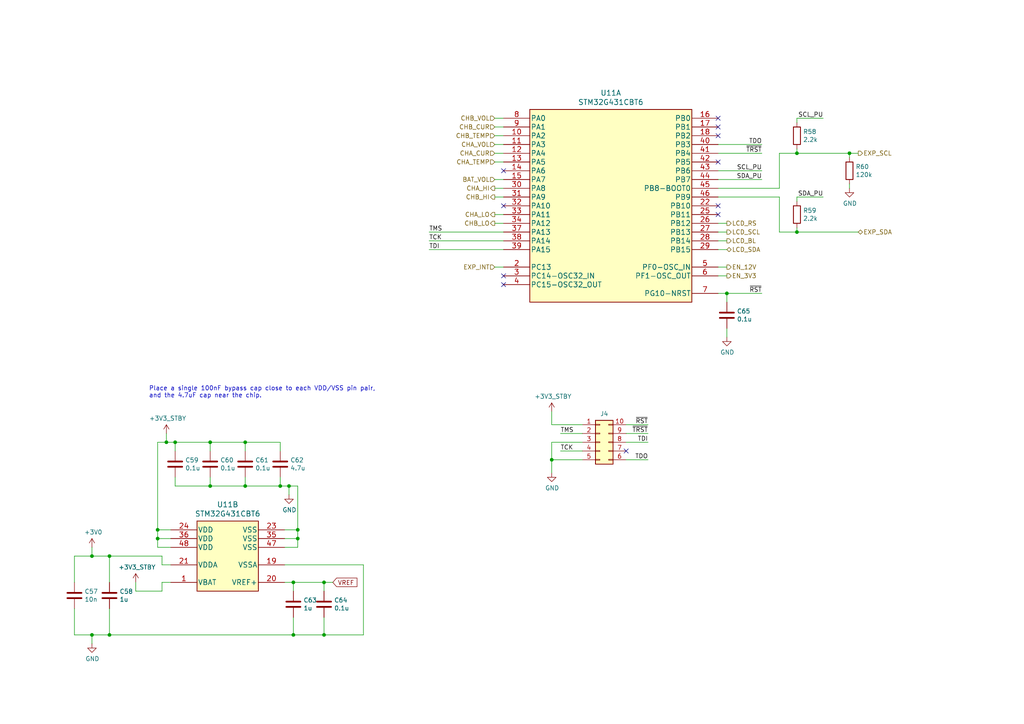
<source format=kicad_sch>
(kicad_sch (version 20211123) (generator eeschema)
  (paper "A4")
  (lib_symbols
    (symbol "Connector_Generic:Conn_02x05_Counter_Clockwise" (pin_names (offset 1.016) hide)
      (property "Reference" "J" (at 1.27 7.62 0))
      (property "Value" "Conn_02x05_Counter_Clockwise" (at 1.27 -7.62 0))
      (symbol "Conn_02x05_Counter_Clockwise_1_1"
        (rectangle (start -1.27 -4.953) (end 0 -5.207) (stroke (width 0.1524)))
        (rectangle (start -1.27 -2.413) (end 0 -2.667) (stroke (width 0.1524)))
        (rectangle (start -1.27 0.127) (end 0 -0.127) (stroke (width 0.1524)))
        (rectangle (start -1.27 2.667) (end 0 2.413) (stroke (width 0.1524)))
        (rectangle (start -1.27 5.207) (end 0 4.953) (stroke (width 0.1524)))
        (rectangle (start -1.27 6.35) (end 3.81 -6.35) (stroke (width 0.254)) (fill (type background)))
        (rectangle (start 3.81 -4.953) (end 2.54 -5.207) (stroke (width 0.1524)))
        (rectangle (start 3.81 -2.413) (end 2.54 -2.667) (stroke (width 0.1524)))
        (rectangle (start 3.81 0.127) (end 2.54 -0.127) (stroke (width 0.1524)))
        (rectangle (start 3.81 2.667) (end 2.54 2.413) (stroke (width 0.1524)))
        (rectangle (start 3.81 5.207) (end 2.54 4.953) (stroke (width 0.1524)))
        (pin passive line (at -5.08 5.08 0) (length 3.81) (name "Pin_1") (number "1"))
        (pin passive line (at 7.62 5.08 180) (length 3.81) (name "Pin_10") (number "10"))
        (pin passive line (at -5.08 2.54 0) (length 3.81) (name "Pin_2") (number "2"))
        (pin passive line (at -5.08 0 0) (length 3.81) (name "Pin_3") (number "3"))
        (pin passive line (at -5.08 -2.54 0) (length 3.81) (name "Pin_4") (number "4"))
        (pin passive line (at -5.08 -5.08 0) (length 3.81) (name "Pin_5") (number "5"))
        (pin passive line (at 7.62 -5.08 180) (length 3.81) (name "Pin_6") (number "6"))
        (pin passive line (at 7.62 -2.54 180) (length 3.81) (name "Pin_7") (number "7"))
        (pin passive line (at 7.62 0 180) (length 3.81) (name "Pin_8") (number "8"))
        (pin passive line (at 7.62 2.54 180) (length 3.81) (name "Pin_9") (number "9"))
      )
    )
    (symbol "Device:C" (pin_numbers hide) (pin_names (offset 0.254))
      (property "Reference" "C" (at 0.635 2.54 0))
      (property "Value" "C" (at 0.635 -2.54 0))
      (symbol "C_0_1"
        (polyline (pts (xy -2.032 -0.762) (xy 2.032 -0.762)) (stroke (width 0.508)))
        (polyline (pts (xy -2.032 0.762) (xy 2.032 0.762)) (stroke (width 0.508)))
      )
      (symbol "C_1_1"
        (pin passive line (at 0 3.81 270) (length 2.794) (name "~") (number "1"))
        (pin passive line (at 0 -3.81 90) (length 2.794) (name "~") (number "2"))
      )
    )
    (symbol "Device:R" (pin_numbers hide) (pin_names (offset 0))
      (property "Reference" "R" (at 2.032 0 90))
      (property "Value" "R" (at 0 0 90))
      (symbol "R_0_1"
        (rectangle (start -1.016 -2.54) (end 1.016 2.54) (stroke (width 0.254)))
      )
      (symbol "R_1_1"
        (pin passive line (at 0 3.81 270) (length 1.27) (name "~") (number "1"))
        (pin passive line (at 0 -3.81 90) (length 1.27) (name "~") (number "2"))
      )
    )
    (symbol "Station:+3V3_STBY" (power) (pin_names (offset 0))
      (property "Value" "+3V3_STBY" (at 0 3.556 0))
      (symbol "+3V3_STBY_0_1"
        (polyline (pts (xy -0.762 1.27) (xy 0 2.54)))
        (polyline (pts (xy 0 0) (xy 0 2.54)))
        (polyline (pts (xy 0 2.54) (xy 0.762 1.27)))
      )
      (symbol "+3V3_STBY_1_1"
        (pin power_in line (at 0 0 90) (length 0) hide (name "+3V3_STBY") (number "1"))
      )
    )
    (symbol "Station:STM32G431CBT6" (pin_names (offset 0.254))
      (property "Reference" "U" (at -7.62 35.56 0))
      (property "Value" "STM32G431CBT6" (at 0 33.02 0))
      (symbol "STM32G431CBT6_1_1"
        (rectangle (start -24.13 27.94) (end 22.86 -27.94) (stroke (width 0.254)) (fill (type background)))
        (pin bidirectional line (at -31.75 20.32 0) (length 7.62) (name "PA2") (number "10"))
        (pin bidirectional line (at -31.75 17.78 0) (length 7.62) (name "PA3") (number "11"))
        (pin bidirectional line (at -31.75 15.24 0) (length 7.62) (name "PA4") (number "12"))
        (pin bidirectional line (at -31.75 12.7 0) (length 7.62) (name "PA5") (number "13"))
        (pin bidirectional line (at -31.75 10.16 0) (length 7.62) (name "PA6") (number "14"))
        (pin bidirectional line (at -31.75 7.62 0) (length 7.62) (name "PA7") (number "15"))
        (pin bidirectional line (at 30.48 25.4 180) (length 7.62) (name "PB0") (number "16"))
        (pin bidirectional line (at 30.48 22.86 180) (length 7.62) (name "PB1") (number "17"))
        (pin bidirectional line (at 30.48 20.32 180) (length 7.62) (name "PB2") (number "18"))
        (pin bidirectional line (at -31.75 -17.78 0) (length 7.62) (name "PC13") (number "2"))
        (pin bidirectional line (at 30.48 0 180) (length 7.62) (name "PB10") (number "22"))
        (pin bidirectional line (at 30.48 -2.54 180) (length 7.62) (name "PB11") (number "25"))
        (pin bidirectional line (at 30.48 -5.08 180) (length 7.62) (name "PB12") (number "26"))
        (pin bidirectional line (at 30.48 -7.62 180) (length 7.62) (name "PB13") (number "27"))
        (pin bidirectional line (at 30.48 -10.16 180) (length 7.62) (name "PB14") (number "28"))
        (pin bidirectional line (at 30.48 -12.7 180) (length 7.62) (name "PB15") (number "29"))
        (pin bidirectional line (at -31.75 -20.32 0) (length 7.62) (name "PC14-OSC32_IN") (number "3"))
        (pin bidirectional line (at -31.75 5.08 0) (length 7.62) (name "PA8") (number "30"))
        (pin bidirectional line (at -31.75 2.54 0) (length 7.62) (name "PA9") (number "31"))
        (pin bidirectional line (at -31.75 0 0) (length 7.62) (name "PA10") (number "32"))
        (pin bidirectional line (at -31.75 -2.54 0) (length 7.62) (name "PA11") (number "33"))
        (pin bidirectional line (at -31.75 -5.08 0) (length 7.62) (name "PA12") (number "34"))
        (pin bidirectional line (at -31.75 -7.62 0) (length 7.62) (name "PA13") (number "37"))
        (pin bidirectional line (at -31.75 -10.16 0) (length 7.62) (name "PA14") (number "38"))
        (pin bidirectional line (at -31.75 -12.7 0) (length 7.62) (name "PA15") (number "39"))
        (pin bidirectional line (at -31.75 -22.86 0) (length 7.62) (name "PC15-OSC32_OUT") (number "4"))
        (pin bidirectional line (at 30.48 17.78 180) (length 7.62) (name "PB3") (number "40"))
        (pin bidirectional line (at 30.48 15.24 180) (length 7.62) (name "PB4") (number "41"))
        (pin bidirectional line (at 30.48 12.7 180) (length 7.62) (name "PB5") (number "42"))
        (pin bidirectional line (at 30.48 10.16 180) (length 7.62) (name "PB6") (number "43"))
        (pin bidirectional line (at 30.48 7.62 180) (length 7.62) (name "PB7") (number "44"))
        (pin bidirectional line (at 30.48 5.08 180) (length 7.62) (name "PB8-BOOT0") (number "45"))
        (pin bidirectional line (at 30.48 2.54 180) (length 7.62) (name "PB9") (number "46"))
        (pin bidirectional line (at 30.48 -17.78 180) (length 7.62) (name "PF0-OSC_IN") (number "5"))
        (pin bidirectional line (at 30.48 -20.32 180) (length 7.62) (name "PF1-OSC_OUT") (number "6"))
        (pin bidirectional line (at 30.48 -25.4 180) (length 7.62) (name "PG10-NRST") (number "7"))
        (pin bidirectional line (at -31.75 25.4 0) (length 7.62) (name "PA0") (number "8"))
        (pin bidirectional line (at -31.75 22.86 0) (length 7.62) (name "PA1") (number "9"))
      )
      (symbol "STM32G431CBT6_2_1"
        (rectangle (start -8.89 8.89) (end 8.89 -11.43) (stroke (width 0.254)) (fill (type background)))
        (pin power_in line (at -16.51 -8.89 0) (length 7.62) (name "VBAT") (number "1"))
        (pin power_in line (at 16.51 -3.81 180) (length 7.62) (name "VSSA") (number "19"))
        (pin power_in line (at 16.51 -8.89 180) (length 7.62) (name "VREF+") (number "20"))
        (pin power_in line (at -16.51 -3.81 0) (length 7.62) (name "VDDA") (number "21"))
        (pin power_in line (at 16.51 6.35 180) (length 7.62) (name "VSS") (number "23"))
        (pin power_in line (at -16.51 6.35 0) (length 7.62) (name "VDD") (number "24"))
        (pin power_in line (at 16.51 3.81 180) (length 7.62) (name "VSS") (number "35"))
        (pin power_in line (at -16.51 3.81 0) (length 7.62) (name "VDD") (number "36"))
        (pin power_in line (at 16.51 1.27 180) (length 7.62) (name "VSS") (number "47"))
        (pin power_in line (at -16.51 1.27 0) (length 7.62) (name "VDD") (number "48"))
      )
    )
    (symbol "power:+3V0" (power) (pin_names (offset 0))
      (property "Value" "+3V0" (at 0 3.556 0))
      (symbol "+3V0_0_1"
        (polyline (pts (xy -0.762 1.27) (xy 0 2.54)))
        (polyline (pts (xy 0 0) (xy 0 2.54)))
        (polyline (pts (xy 0 2.54) (xy 0.762 1.27)))
      )
      (symbol "+3V0_1_1"
        (pin power_in line (at 0 0 90) (length 0) hide (name "+3V0") (number "1"))
      )
    )
    (symbol "power:GND" (power) (pin_names (offset 0))
      (property "Value" "GND" (at 0 -3.81 0))
      (symbol "GND_0_1"
        (polyline (pts (xy 0 0) (xy 0 -1.27) (xy 1.27 -1.27) (xy 0 -2.54) (xy -1.27 -1.27) (xy 0 -1.27)))
      )
      (symbol "GND_1_1"
        (pin power_in line (at 0 0 270) (length 0) hide (name "GND") (number "1"))
      )
    )
  )
  (junction (at 160.02 133.35))
  (junction (at 210.82 85.09))
  (junction (at 246.38 44.45))
  (junction (at 93.98 184.15))
  (junction (at 86.36 156.21))
  (junction (at 31.75 184.15))
  (junction (at 60.96 140.97))
  (junction (at 83.82 140.97))
  (junction (at 45.72 156.21))
  (junction (at 231.14 44.45))
  (junction (at 26.67 161.29))
  (junction (at 31.75 161.29))
  (junction (at 85.09 168.91))
  (junction (at 71.12 128.27))
  (junction (at 71.12 140.97))
  (junction (at 45.72 153.67))
  (junction (at 93.98 168.91))
  (junction (at 86.36 153.67))
  (junction (at 60.96 128.27))
  (junction (at 231.14 67.31))
  (junction (at 26.67 184.15))
  (junction (at 85.09 184.15))
  (junction (at 50.8 128.27))
  (junction (at 81.28 140.97))
  (junction (at 48.26 128.27))
  (no_connect (at 208.28 39.37))
  (no_connect (at 146.05 80.01))
  (no_connect (at 146.05 82.55))
  (no_connect (at 146.05 49.53))
  (no_connect (at 146.05 59.69))
  (no_connect (at 208.28 62.23))
  (no_connect (at 208.28 36.83))
  (no_connect (at 208.28 34.29))
  (no_connect (at 208.28 59.69))
  (no_connect (at 181.61 130.81))
  (no_connect (at 208.28 46.99))
  (wire (pts (xy 49.53 156.21) (xy 45.72 156.21)))
  (wire (pts (xy 124.46 72.39) (xy 146.05 72.39)))
  (wire (pts (xy 81.28 140.97) (xy 83.82 140.97)))
  (wire (pts (xy 31.75 176.53) (xy 31.75 184.15)))
  (wire (pts (xy 181.61 133.35) (xy 187.96 133.35)))
  (wire (pts (xy 85.09 168.91) (xy 93.98 168.91)))
  (wire (pts (xy 46.99 171.45) (xy 39.37 171.45)))
  (wire (pts (xy 83.82 140.97) (xy 86.36 140.97)))
  (wire (pts (xy 208.28 77.47) (xy 210.82 77.47)))
  (wire (pts (xy 231.14 44.45) (xy 246.38 44.45)))
  (wire (pts (xy 82.55 168.91) (xy 85.09 168.91)))
  (wire (pts (xy 81.28 130.81) (xy 81.28 128.27)))
  (wire (pts (xy 226.06 44.45) (xy 226.06 54.61)))
  (wire (pts (xy 21.59 168.91) (xy 21.59 161.29)))
  (wire (pts (xy 46.99 168.91) (xy 46.99 171.45)))
  (wire (pts (xy 71.12 140.97) (xy 81.28 140.97)))
  (wire (pts (xy 231.14 58.42) (xy 231.14 57.15)))
  (wire (pts (xy 71.12 128.27) (xy 60.96 128.27)))
  (wire (pts (xy 181.61 125.73) (xy 187.96 125.73)))
  (wire (pts (xy 50.8 140.97) (xy 60.96 140.97)))
  (wire (pts (xy 83.82 140.97) (xy 83.82 143.51)))
  (wire (pts (xy 226.06 44.45) (xy 231.14 44.45)))
  (wire (pts (xy 146.05 64.77) (xy 143.51 64.77)))
  (wire (pts (xy 86.36 158.75) (xy 86.36 156.21)))
  (wire (pts (xy 143.51 46.99) (xy 146.05 46.99)))
  (wire (pts (xy 93.98 179.07) (xy 93.98 184.15)))
  (wire (pts (xy 160.02 133.35) (xy 160.02 137.16)))
  (wire (pts (xy 208.28 41.91) (xy 220.98 41.91)))
  (wire (pts (xy 208.28 67.31) (xy 210.82 67.31)))
  (wire (pts (xy 93.98 168.91) (xy 93.98 171.45)))
  (wire (pts (xy 208.28 52.07) (xy 220.98 52.07)))
  (wire (pts (xy 143.51 44.45) (xy 146.05 44.45)))
  (wire (pts (xy 208.28 44.45) (xy 220.98 44.45)))
  (wire (pts (xy 210.82 64.77) (xy 208.28 64.77)))
  (wire (pts (xy 48.26 125.73) (xy 48.26 128.27)))
  (wire (pts (xy 60.96 140.97) (xy 71.12 140.97)))
  (wire (pts (xy 82.55 153.67) (xy 86.36 153.67)))
  (wire (pts (xy 143.51 36.83) (xy 146.05 36.83)))
  (wire (pts (xy 50.8 128.27) (xy 60.96 128.27)))
  (wire (pts (xy 71.12 130.81) (xy 71.12 128.27)))
  (wire (pts (xy 71.12 138.43) (xy 71.12 140.97)))
  (wire (pts (xy 124.46 67.31) (xy 146.05 67.31)))
  (wire (pts (xy 181.61 128.27) (xy 187.96 128.27)))
  (wire (pts (xy 49.53 163.83) (xy 46.99 163.83)))
  (wire (pts (xy 208.28 85.09) (xy 210.82 85.09)))
  (wire (pts (xy 226.06 57.15) (xy 226.06 67.31)))
  (wire (pts (xy 143.51 39.37) (xy 146.05 39.37)))
  (wire (pts (xy 49.53 158.75) (xy 45.72 158.75)))
  (wire (pts (xy 45.72 128.27) (xy 48.26 128.27)))
  (wire (pts (xy 82.55 158.75) (xy 86.36 158.75)))
  (wire (pts (xy 45.72 156.21) (xy 45.72 158.75)))
  (wire (pts (xy 26.67 184.15) (xy 31.75 184.15)))
  (wire (pts (xy 46.99 163.83) (xy 46.99 161.29)))
  (wire (pts (xy 143.51 57.15) (xy 146.05 57.15)))
  (wire (pts (xy 208.28 49.53) (xy 220.98 49.53)))
  (wire (pts (xy 143.51 77.47) (xy 146.05 77.47)))
  (wire (pts (xy 231.14 34.29) (xy 231.14 35.56)))
  (wire (pts (xy 208.28 80.01) (xy 210.82 80.01)))
  (wire (pts (xy 93.98 184.15) (xy 105.41 184.15)))
  (wire (pts (xy 86.36 140.97) (xy 86.36 153.67)))
  (wire (pts (xy 31.75 161.29) (xy 31.75 168.91)))
  (wire (pts (xy 210.82 85.09) (xy 220.98 85.09)))
  (wire (pts (xy 60.96 130.81) (xy 60.96 128.27)))
  (wire (pts (xy 160.02 133.35) (xy 168.91 133.35)))
  (wire (pts (xy 168.91 130.81) (xy 162.56 130.81)))
  (wire (pts (xy 231.14 43.18) (xy 231.14 44.45)))
  (wire (pts (xy 39.37 171.45) (xy 39.37 168.91)))
  (wire (pts (xy 160.02 123.19) (xy 168.91 123.19)))
  (wire (pts (xy 31.75 184.15) (xy 85.09 184.15)))
  (wire (pts (xy 160.02 119.38) (xy 160.02 123.19)))
  (wire (pts (xy 160.02 128.27) (xy 160.02 133.35)))
  (wire (pts (xy 231.14 67.31) (xy 231.14 66.04)))
  (wire (pts (xy 85.09 168.91) (xy 85.09 171.45)))
  (wire (pts (xy 208.28 69.85) (xy 210.82 69.85)))
  (wire (pts (xy 231.14 57.15) (xy 238.76 57.15)))
  (wire (pts (xy 231.14 67.31) (xy 248.92 67.31)))
  (wire (pts (xy 45.72 153.67) (xy 45.72 156.21)))
  (wire (pts (xy 208.28 72.39) (xy 210.82 72.39)))
  (wire (pts (xy 21.59 161.29) (xy 26.67 161.29)))
  (wire (pts (xy 81.28 138.43) (xy 81.28 140.97)))
  (wire (pts (xy 60.96 138.43) (xy 60.96 140.97)))
  (wire (pts (xy 50.8 138.43) (xy 50.8 140.97)))
  (wire (pts (xy 49.53 153.67) (xy 45.72 153.67)))
  (wire (pts (xy 248.92 44.45) (xy 246.38 44.45)))
  (wire (pts (xy 124.46 69.85) (xy 146.05 69.85)))
  (wire (pts (xy 146.05 62.23) (xy 143.51 62.23)))
  (wire (pts (xy 168.91 125.73) (xy 162.56 125.73)))
  (wire (pts (xy 85.09 184.15) (xy 93.98 184.15)))
  (wire (pts (xy 45.72 153.67) (xy 45.72 128.27)))
  (wire (pts (xy 93.98 168.91) (xy 96.52 168.91)))
  (wire (pts (xy 49.53 168.91) (xy 46.99 168.91)))
  (wire (pts (xy 21.59 184.15) (xy 26.67 184.15)))
  (wire (pts (xy 226.06 54.61) (xy 208.28 54.61)))
  (wire (pts (xy 143.51 41.91) (xy 146.05 41.91)))
  (wire (pts (xy 226.06 67.31) (xy 231.14 67.31)))
  (wire (pts (xy 160.02 128.27) (xy 168.91 128.27)))
  (wire (pts (xy 210.82 95.25) (xy 210.82 97.79)))
  (wire (pts (xy 81.28 128.27) (xy 71.12 128.27)))
  (wire (pts (xy 86.36 156.21) (xy 86.36 153.67)))
  (wire (pts (xy 82.55 156.21) (xy 86.36 156.21)))
  (wire (pts (xy 85.09 179.07) (xy 85.09 184.15)))
  (wire (pts (xy 143.51 34.29) (xy 146.05 34.29)))
  (wire (pts (xy 82.55 163.83) (xy 105.41 163.83)))
  (wire (pts (xy 246.38 44.45) (xy 246.38 45.72)))
  (wire (pts (xy 143.51 54.61) (xy 146.05 54.61)))
  (wire (pts (xy 181.61 123.19) (xy 187.96 123.19)))
  (wire (pts (xy 246.38 53.34) (xy 246.38 54.61)))
  (wire (pts (xy 26.67 184.15) (xy 26.67 186.69)))
  (wire (pts (xy 46.99 161.29) (xy 31.75 161.29)))
  (wire (pts (xy 50.8 128.27) (xy 50.8 130.81)))
  (wire (pts (xy 105.41 184.15) (xy 105.41 163.83)))
  (wire (pts (xy 26.67 158.75) (xy 26.67 161.29)))
  (wire (pts (xy 208.28 57.15) (xy 226.06 57.15)))
  (wire (pts (xy 143.51 52.07) (xy 146.05 52.07)))
  (wire (pts (xy 21.59 176.53) (xy 21.59 184.15)))
  (wire (pts (xy 26.67 161.29) (xy 31.75 161.29)))
  (wire (pts (xy 231.14 34.29) (xy 238.76 34.29)))
  (wire (pts (xy 48.26 128.27) (xy 50.8 128.27)))
  (wire (pts (xy 210.82 85.09) (xy 210.82 87.63)))
  (text "Place a single 100nF bypass cap close to each VDD/VSS pin pair,\nand the 4.7uF cap near the chip." (at 43.18 115.57 0) (effects (font (size 1.27 1.27)) (justify left bottom)))
  (label "TCK" (at 162.56 130.81 0))
  (label "~{RST}" (at 187.96 123.19 180))
  (label "~{RST}" (at 220.98 85.09 180))
  (label "TMS" (at 162.56 125.73 0))
  (label "~{TRST}" (at 220.98 44.45 180))
  (label "TDI" (at 124.46 72.39 0))
  (label "TDO" (at 220.98 41.91 180))
  (label "TCK" (at 124.46 69.85 0))
  (label "SDA_PU" (at 220.98 52.07 180))
  (label "TDI" (at 187.96 128.27 180))
  (label "TMS" (at 124.46 67.31 0))
  (label "SCL_PU" (at 238.76 34.29 180))
  (label "~{TRST}" (at 187.96 125.73 180))
  (label "SDA_PU" (at 238.76 57.15 180))
  (label "TDO" (at 187.96 133.35 180))
  (label "SCL_PU" (at 220.98 49.53 180))
  (global_label "VREF" (shape input) (at 96.52 168.91 0) (property "Intersheet References" "${INTERSHEET_REFS}" (effects hide)))
  (hierarchical_label "CHB_HI" (shape output) (at 143.51 57.15 180))
  (hierarchical_label "CHA_VOL" (shape input) (at 143.51 41.91 180))
  (hierarchical_label "EXP_INT" (shape input) (at 143.51 77.47 180))
  (hierarchical_label "CHB_LO" (shape output) (at 143.51 64.77 180))
  (hierarchical_label "EXP_SDA" (shape bidirectional) (at 248.92 67.31 0))
  (hierarchical_label "LCD_SCL" (shape output) (at 210.82 67.31 0))
  (hierarchical_label "EN_12V" (shape output) (at 210.82 77.47 0))
  (hierarchical_label "LCD_SDA" (shape bidirectional) (at 210.82 72.39 0))
  (hierarchical_label "CHA_HI" (shape output) (at 143.51 54.61 180))
  (hierarchical_label "CHB_CUR" (shape input) (at 143.51 36.83 180))
  (hierarchical_label "CHA_LO" (shape output) (at 143.51 62.23 180))
  (hierarchical_label "CHB_VOL" (shape input) (at 143.51 34.29 180))
  (hierarchical_label "BAT_VOL" (shape input) (at 143.51 52.07 180))
  (hierarchical_label "LCD_RS" (shape output) (at 210.82 64.77 0))
  (hierarchical_label "CHB_TEMP" (shape input) (at 143.51 39.37 180))
  (hierarchical_label "LCD_BL" (shape output) (at 210.82 69.85 0))
  (hierarchical_label "CHA_TEMP" (shape input) (at 143.51 46.99 180))
  (hierarchical_label "CHA_CUR" (shape input) (at 143.51 44.45 180))
  (hierarchical_label "EXP_SCL" (shape output) (at 248.92 44.45 0))
  (hierarchical_label "EN_3V3" (shape output) (at 210.82 80.01 0))
  (symbol (lib_id "Device:C") (at 31.75 172.72 0) (unit 1)
    (property "Reference" "C58" (at 34.671 171.5516 0) (effects (justify left)))
    (property "Value" "1u" (at 34.671 173.863 0) (effects (justify left)))
    (property "Footprint" "Capacitor_SMD:C_1206_3216Metric" (effects hide))
    (property "Datasheet" "https://api.kemet.com/component-edge/download/datasheet/C1206C105K3RACAUTO.pdf" (effects hide))
    (property "Voltage Rating" "25 V" (effects hide))
    (property "Manufacturer" "KEMET" (effects hide))
    (property "Part Number" "C1206C105K3RACAUTO" (effects hide))
    (property "Tolerance" "10%" (effects hide))
  )
  (symbol (lib_id "Device:C") (at 50.8 134.62 0) (unit 1)
    (property "Reference" "C59" (at 53.721 133.4516 0) (effects (justify left)))
    (property "Value" "0.1u" (at 53.721 135.763 0) (effects (justify left)))
    (property "Footprint" "Capacitor_SMD:C_0603_1608Metric" (effects hide))
    (property "Datasheet" "https://ds.yuden.co.jp/TYCOMPAS/ut/detail?pn=GMK107B7104KAHT%20%20&u=M" (effects hide))
    (property "Voltage Rating" "35 V" (effects hide))
    (property "Manufacturer" "Taiyo Yuden" (effects hide))
    (property "Part Number" "GMK107B7104KAHT" (effects hide))
    (property "Tolerance" "10%" (effects hide))
  )
  (symbol (lib_id "Device:C") (at 60.96 134.62 0) (unit 1)
    (property "Reference" "C60" (at 63.881 133.4516 0) (effects (justify left)))
    (property "Value" "0.1u" (at 63.881 135.763 0) (effects (justify left)))
    (property "Footprint" "Capacitor_SMD:C_0603_1608Metric" (effects hide))
    (property "Datasheet" "https://ds.yuden.co.jp/TYCOMPAS/ut/detail?pn=GMK107B7104KAHT%20%20&u=M" (effects hide))
    (property "Voltage Rating" "35 V" (effects hide))
    (property "Manufacturer" "Taiyo Yuden" (effects hide))
    (property "Part Number" "GMK107B7104KAHT" (effects hide))
    (property "Tolerance" "10%" (effects hide))
  )
  (symbol (lib_id "Device:C") (at 71.12 134.62 0) (unit 1)
    (property "Reference" "C61" (at 74.041 133.4516 0) (effects (justify left)))
    (property "Value" "0.1u" (at 74.041 135.763 0) (effects (justify left)))
    (property "Footprint" "Capacitor_SMD:C_0603_1608Metric" (effects hide))
    (property "Datasheet" "https://ds.yuden.co.jp/TYCOMPAS/ut/detail?pn=GMK107B7104KAHT%20%20&u=M" (effects hide))
    (property "Voltage Rating" "35 V" (effects hide))
    (property "Manufacturer" "Taiyo Yuden" (effects hide))
    (property "Part Number" "GMK107B7104KAHT" (effects hide))
    (property "Tolerance" "10%" (effects hide))
  )
  (symbol (lib_id "power:GND") (at 83.82 143.51 0) (unit 1)
    (property "Reference" "#PWR042" (effects hide))
    (property "Value" "GND" (at 83.947 147.9042 0))
  )
  (symbol (lib_id "power:+3V0") (at 26.67 158.75 0) (unit 1)
    (property "Reference" "#PWR038" (effects hide))
    (property "Value" "+3V0" (at 27.051 154.3558 0))
  )
  (symbol (lib_id "power:GND") (at 26.67 186.69 0) (unit 1)
    (property "Reference" "#PWR039" (effects hide))
    (property "Value" "GND" (at 26.797 191.0842 0))
  )
  (symbol (lib_id "Device:C") (at 85.09 175.26 0) (unit 1)
    (property "Reference" "C63" (at 88.011 174.0916 0) (effects (justify left)))
    (property "Value" "1u" (at 88.011 176.403 0) (effects (justify left)))
    (property "Footprint" "Capacitor_SMD:C_1206_3216Metric" (effects hide))
    (property "Datasheet" "https://api.kemet.com/component-edge/download/datasheet/C1206C105K3RACAUTO.pdf" (effects hide))
    (property "Voltage Rating" "25 V" (effects hide))
    (property "Manufacturer" "KEMET" (effects hide))
    (property "Part Number" "C1206C105K3RACAUTO" (effects hide))
    (property "Tolerance" "10%" (effects hide))
  )
  (symbol (lib_id "Station:STM32G431CBT6") (at 177.8 59.69 0) (unit 1)
    (property "Reference" "U11" (at 177.165 26.9494 0) (effects (font (size 1.524 1.524))))
    (property "Value" "STM32G431CBT6" (at 177.165 29.6418 0) (effects (font (size 1.524 1.524))))
    (property "Footprint" "Package_QFP:LQFP-48_7x7mm_P0.5mm" (effects hide))
    (property "Datasheet" "https://www.st.com/resource/en/datasheet/stm32g431cb.pdf" (effects hide))
    (property "Manufacturer" "ST Microelectronics" (effects hide))
    (property "Part Number" "STM32G431CBT6" (effects hide))
  )
  (symbol (lib_id "Station:STM32G431CBT6") (at 66.04 160.02 0) (unit 2)
    (property "Reference" "U11" (at 66.04 146.3294 0) (effects (font (size 1.524 1.524))))
    (property "Value" "STM32G431CBT6" (at 66.04 149.0218 0) (effects (font (size 1.524 1.524))))
    (property "Footprint" "Package_QFP:LQFP-48_7x7mm_P0.5mm" (effects hide))
    (property "Datasheet" "https://www.st.com/resource/en/datasheet/stm32g431cb.pdf" (effects hide))
    (property "Manufacturer" "ST Microelectronics" (effects hide))
    (property "Part Number" "STM32G431CBT6" (effects hide))
  )
  (symbol (lib_id "Device:C") (at 21.59 172.72 0) (unit 1)
    (property "Reference" "C57" (at 24.511 171.5516 0) (effects (justify left)))
    (property "Value" "10n" (at 24.511 173.863 0) (effects (justify left)))
    (property "Footprint" "Capacitor_SMD:C_0603_1608Metric" (effects hide))
    (property "Datasheet" "https://product.tdk.com/info/en/catalog/datasheets/mlcc_commercial_midvoltage_en.pdf?ref_disty=digikey" (effects hide))
    (property "Voltage Rating" "100 V" (effects hide))
    (property "Manufacturer" "TDK" (effects hide))
    (property "Part Number" "C1608X7R2A103K080AA" (effects hide))
    (property "Tolerance" "10%" (effects hide))
  )
  (symbol (lib_id "Device:C") (at 93.98 175.26 0) (unit 1)
    (property "Reference" "C64" (at 96.901 174.0916 0) (effects (justify left)))
    (property "Value" "0.1u" (at 96.901 176.403 0) (effects (justify left)))
    (property "Footprint" "Capacitor_SMD:C_0603_1608Metric" (effects hide))
    (property "Datasheet" "https://ds.yuden.co.jp/TYCOMPAS/ut/detail?pn=GMK107B7104KAHT%20%20&u=M" (effects hide))
    (property "Voltage Rating" "35 V" (effects hide))
    (property "Manufacturer" "Taiyo Yuden" (effects hide))
    (property "Part Number" "GMK107B7104KAHT" (effects hide))
    (property "Tolerance" "10%" (effects hide))
  )
  (symbol (lib_id "Device:C") (at 81.28 134.62 0) (unit 1)
    (property "Reference" "C62" (at 84.201 133.4516 0) (effects (justify left)))
    (property "Value" "4.7u" (at 84.201 135.763 0) (effects (justify left)))
    (property "Footprint" "Capacitor_SMD:C_1206_3216Metric" (effects hide))
    (property "Datasheet" "http://www.samsungsem.com/kr/support/product-search/mlcc/CL31B475KAHNFNE.jsp" (effects hide))
    (property "Voltage Rating" "25 V" (effects hide))
    (property "Manufacturer" "Samsung" (effects hide))
    (property "Part Number" "CL31B475KAHNFNE" (effects hide))
    (property "Tolerance" "10%" (effects hide))
  )
  (symbol (lib_id "Device:R") (at 246.38 49.53 0) (unit 1)
    (property "Reference" "R60" (at 248.158 48.3616 0) (effects (justify left)))
    (property "Value" "120k" (at 248.158 50.673 0) (effects (justify left)))
    (property "Footprint" "Resistor_SMD:R_0603_1608Metric" (effects hide))
    (property "Datasheet" "https://www.seielect.com/catalog/sei-packaging.pdf" (effects hide))
    (property "Manufacturer" "Stackpole Electronics Inc" (effects hide))
    (property "Part Number" "RMCF0603FT120K" (effects hide))
    (property "Tolerance" "1%" (effects hide))
  )
  (symbol (lib_id "Device:R") (at 231.14 39.37 0) (unit 1)
    (property "Reference" "R58" (at 232.918 38.2016 0) (effects (justify left)))
    (property "Value" "2.2k" (at 232.918 40.513 0) (effects (justify left)))
    (property "Footprint" "Resistor_SMD:R_0603_1608Metric" (effects hide))
    (property "Datasheet" "https://www.seielect.com/catalog/sei-rmcf_rmcp.pdf" (effects hide))
    (property "Manufacturer" "Stackpole Electronics Inc" (effects hide))
    (property "Part Number" "RMCF0603JT2K20" (effects hide))
    (property "Tolerance" "5%" (effects hide))
  )
  (symbol (lib_id "Device:R") (at 231.14 62.23 0) (unit 1)
    (property "Reference" "R59" (at 232.918 61.0616 0) (effects (justify left)))
    (property "Value" "2.2k" (at 232.918 63.373 0) (effects (justify left)))
    (property "Footprint" "Resistor_SMD:R_0603_1608Metric" (effects hide))
    (property "Datasheet" "https://www.seielect.com/catalog/sei-rmcf_rmcp.pdf" (effects hide))
    (property "Manufacturer" "Stackpole Electronics Inc" (effects hide))
    (property "Part Number" "RMCF0603JT2K20" (effects hide))
    (property "Tolerance" "5%" (effects hide))
  )
  (symbol (lib_id "power:GND") (at 246.38 54.61 0) (unit 1)
    (property "Reference" "#PWR044" (effects hide))
    (property "Value" "GND" (at 246.507 59.0042 0))
  )
  (symbol (lib_id "Device:C") (at 210.82 91.44 0) (unit 1)
    (property "Reference" "C65" (at 213.741 90.2716 0) (effects (justify left)))
    (property "Value" "0.1u" (at 213.741 92.583 0) (effects (justify left)))
    (property "Footprint" "Capacitor_SMD:C_0603_1608Metric" (effects hide))
    (property "Datasheet" "https://ds.yuden.co.jp/TYCOMPAS/ut/detail?pn=GMK107B7104KAHT%20%20&u=M" (effects hide))
    (property "Voltage Rating" "35 V" (effects hide))
    (property "Manufacturer" "Taiyo Yuden" (effects hide))
    (property "Part Number" "GMK107B7104KAHT" (effects hide))
    (property "Tolerance" "10%" (effects hide))
  )
  (symbol (lib_id "power:GND") (at 210.82 97.79 0) (unit 1)
    (property "Reference" "#PWR043" (effects hide))
    (property "Value" "GND" (at 210.947 102.1842 0))
  )
  (symbol (lib_id "Station:+3V3_STBY") (at 160.02 119.38 0) (unit 1)
    (property "Reference" "#PWR045" (effects hide))
    (property "Value" "+3V3_STBY" (at 160.401 114.9858 0))
  )
  (symbol (lib_id "Station:+3V3_STBY") (at 48.26 125.73 0) (unit 1)
    (property "Reference" "#PWR041" (effects hide))
    (property "Value" "+3V3_STBY" (at 48.641 121.3358 0))
  )
  (symbol (lib_id "power:GND") (at 160.02 137.16 0) (unit 1)
    (property "Reference" "#PWR046" (effects hide))
    (property "Value" "GND" (at 160.147 141.5542 0))
  )
  (symbol (lib_id "Station:+3V3_STBY") (at 39.37 168.91 0) (unit 1)
    (property "Reference" "#PWR048" (effects hide))
    (property "Value" "+3V3_STBY" (at 39.751 164.5158 0))
  )
  (symbol (lib_id "Connector_Generic:Conn_02x05_Counter_Clockwise") (at 173.99 128.27 0) (unit 1)
    (property "Reference" "J4" (at 175.26 120.015 0))
    (property "Value" "Conn_02x05_Counter_Clockwise" (effects hide))
    (property "Footprint" "Connector:Tag-Connect_TC2050-IDC-NL_2x05_P1.27mm_Vertical" (effects hide))
    (property "DNP" "X" (effects hide))
  )
)
</source>
